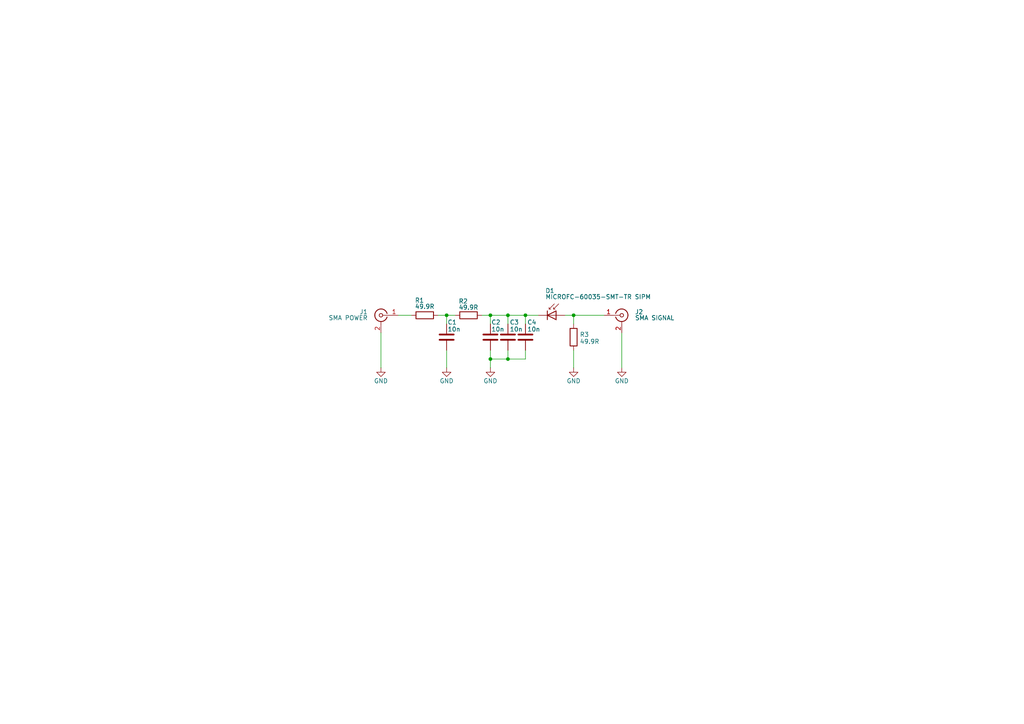
<source format=kicad_sch>
(kicad_sch (version 20231120) (generator "eeschema") (generator_version "8.0")
  (paper "A4")
  (title_block (title "Scintillating Chamber: SIPM Breakout") (date "2025-02-23") (rev "1") (company "Alex Xia"))
  (lib_symbols
    (symbol "Connector:Conn_Coaxial" (pin_names (offset 1.016) hide)
      (property "Reference" "J" (at 0.254 3.048 0))
      (property "Value" "Conn_Coaxial" (at 2.921 0 90))
      (symbol "Conn_Coaxial_0_1"
        (arc (start -1.778 -0.508) (mid 0.2311 -1.8066) (end 1.778 0) (stroke (width 0.254)))
        (polyline (pts (xy -2.54 0) (xy -0.508 0)))
        (polyline (pts (xy 0 -2.54) (xy 0 -1.778)))
        (circle (center 0 0) (radius 0.508) (stroke (width 0.2032)))
        (arc (start 1.778 0) (mid 0.2099 1.8101) (end -1.778 0.508) (stroke (width 0.254)))
      )
      (symbol "Conn_Coaxial_1_1"
        (pin passive line (at -5.08 0 0) (length 2.54) (name "In") (number "1"))
        (pin passive line (at 0 -5.08 90) (length 2.54) (name "Ext") (number "2"))
      )
    )
    (symbol "Device:C" (pin_numbers hide) (pin_names (offset 0.254))
      (property "Reference" "C" (at 0.635 2.54 0))
      (property "Value" "C" (at 0.635 -2.54 0))
      (symbol "C_0_1"
        (polyline (pts (xy -2.032 -0.762) (xy 2.032 -0.762)) (stroke (width 0.508)))
        (polyline (pts (xy -2.032 0.762) (xy 2.032 0.762)) (stroke (width 0.508)))
      )
      (symbol "C_1_1"
        (pin passive line (at 0 3.81 270) (length 2.794) (name "~") (number "1"))
        (pin passive line (at 0 -3.81 90) (length 2.794) (name "~") (number "2"))
      )
    )
    (symbol "Device:D_Photo" (pin_numbers hide) (pin_names hide)
      (property "Reference" "D" (at 0.508 1.778 0))
      (property "Value" "D_Photo" (at -1.016 -2.794 0))
      (symbol "D_Photo_0_1"
        (polyline (pts (xy -2.54 1.27) (xy -2.54 -1.27)) (stroke (width 0.254)))
        (polyline (pts (xy -2.032 1.778) (xy -1.524 1.778)))
        (polyline (pts (xy 0 0) (xy -2.54 0)))
        (polyline (pts (xy -0.508 3.302) (xy -2.032 1.778) (xy -2.032 2.286)))
        (polyline (pts (xy 0 -1.27) (xy 0 1.27) (xy -2.54 0) (xy 0 -1.27)) (stroke (width 0.254)))
        (polyline (pts (xy 0.762 3.302) (xy -0.762 1.778) (xy -0.762 2.286) (xy -0.762 1.778) (xy -0.254 1.778)))
      )
      (symbol "D_Photo_1_1"
        (pin passive line (at -5.08 0 0) (length 2.54) (name "K") (number "1"))
        (pin passive line (at 2.54 0 180) (length 2.54) (name "A") (number "2"))
      )
    )
    (symbol "Device:R" (pin_numbers hide) (pin_names (offset 0))
      (property "Reference" "R" (at 2.032 0 90))
      (property "Value" "R" (at 0 0 90))
      (symbol "R_0_1"
        (rectangle (start -1.016 -2.54) (end 1.016 2.54) (stroke (width 0.254)))
      )
      (symbol "R_1_1"
        (pin passive line (at 0 3.81 270) (length 1.27) (name "~") (number "1"))
        (pin passive line (at 0 -3.81 90) (length 1.27) (name "~") (number "2"))
      )
    )
    (symbol "power:GND" (power) (pin_numbers hide) (pin_names (offset 0) hide)
      (property "Value" "GND" (at 0 -3.81 0))
      (symbol "GND_0_1"
        (polyline (pts (xy 0 0) (xy 0 -1.27) (xy 1.27 -1.27) (xy 0 -2.54) (xy -1.27 -1.27) (xy 0 -1.27)))
      )
      (symbol "GND_1_1"
        (pin power_in line (at 0 0 270) (length 0) (name "~") (number "1"))
      )
    )
  )
  (junction (at 142.24 104.14))
  (junction (at 152.4 91.44))
  (junction (at 142.24 91.44))
  (junction (at 166.37 91.44))
  (junction (at 147.32 104.14))
  (junction (at 147.32 91.44))
  (junction (at 129.54 91.44))
  (wire (pts (xy 147.32 104.14) (xy 152.4 104.14)))
  (wire (pts (xy 142.24 104.14) (xy 142.24 101.6)))
  (wire (pts (xy 129.54 106.68) (xy 129.54 101.6)))
  (wire (pts (xy 142.24 106.68) (xy 142.24 104.14)))
  (wire (pts (xy 152.4 91.44) (xy 156.21 91.44)))
  (wire (pts (xy 152.4 104.14) (xy 152.4 101.6)))
  (wire (pts (xy 129.54 91.44) (xy 129.54 93.98)))
  (wire (pts (xy 110.49 106.68) (xy 110.49 96.52)))
  (wire (pts (xy 147.32 93.98) (xy 147.32 91.44)))
  (wire (pts (xy 166.37 91.44) (xy 166.37 93.98)))
  (wire (pts (xy 142.24 91.44) (xy 142.24 93.98)))
  (wire (pts (xy 163.83 91.44) (xy 166.37 91.44)))
  (wire (pts (xy 142.24 104.14) (xy 147.32 104.14)))
  (wire (pts (xy 142.24 91.44) (xy 147.32 91.44)))
  (wire (pts (xy 139.7 91.44) (xy 142.24 91.44)))
  (wire (pts (xy 115.57 91.44) (xy 119.38 91.44)))
  (wire (pts (xy 152.4 93.98) (xy 152.4 91.44)))
  (wire (pts (xy 166.37 91.44) (xy 175.26 91.44)))
  (wire (pts (xy 127 91.44) (xy 129.54 91.44)))
  (wire (pts (xy 129.54 91.44) (xy 132.08 91.44)))
  (wire (pts (xy 166.37 101.6) (xy 166.37 106.68)))
  (wire (pts (xy 180.34 106.68) (xy 180.34 96.52)))
  (wire (pts (xy 147.32 91.44) (xy 152.4 91.44)))
  (wire (pts (xy 147.32 104.14) (xy 147.32 101.6)))
  (symbol (lib_id "power:GND") (at 110.49 106.68 0) (unit 1)
    (property "Reference" "#PWR02" (effects (hide yes)))
    (property "Value" "GND" (at 110.49 110.49 0))
    (property "Description" "Power symbol creates a global label with name \"GND\" , ground" (effects (hide yes)))
  )
  (symbol (lib_id "Device:D_Photo") (at 161.29 91.44 0) (unit 1)
    (property "Reference" "D1" (at 159.512 84.328 0))
    (property "Value" "MICROFC-60035-SMT-TR SIPM" (at 173.482 86.106 0))
    (property "Footprint" "sipm:MICROFC-60035-SMT-TR" (effects (hide yes)))
    (property "Description" "Photodiode" (effects (hide yes)))
  )
  (symbol (lib_id "Device:C") (at 142.24 97.79 0) (unit 1)
    (property "Reference" "C2" (at 142.494 93.472 0) (effects (justify left)))
    (property "Value" "10n" (at 142.494 95.504 0) (effects (justify left)))
    (property "Footprint" "Capacitor_SMD:C_0805_2012Metric_Pad1.18x1.45mm_HandSolder" (effects (hide yes)))
    (property "Description" "Unpolarized capacitor" (effects (hide yes)))
  )
  (symbol (lib_id "Connector:Conn_Coaxial") (at 180.34 91.44 0) (unit 1)
    (property "Reference" "J2" (at 184.15 90.4631 0) (effects (justify left)))
    (property "Value" "SMA SIGNAL" (at 184.15 92.202 0) (effects (justify left)))
    (property "Footprint" "sma:SMA_Amphenol_901-144_Vertical" (effects (hide yes)))
    (property "Description" "coaxial connector (BNC, SMA, SMB, SMC, Cinch/RCA, LEMO, ...)" (effects (hide yes)))
  )
  (symbol (lib_id "power:GND") (at 166.37 106.68 0) (unit 1)
    (property "Reference" "#PWR05" (effects (hide yes)))
    (property "Value" "GND" (at 166.37 110.49 0))
    (property "Description" "Power symbol creates a global label with name \"GND\" , ground" (effects (hide yes)))
  )
  (symbol (lib_id "power:GND") (at 142.24 106.68 0) (unit 1)
    (property "Reference" "#PWR04" (effects (hide yes)))
    (property "Value" "GND" (at 142.24 110.49 0))
    (property "Description" "Power symbol creates a global label with name \"GND\" , ground" (effects (hide yes)))
  )
  (symbol (lib_id "Device:C") (at 129.54 97.79 0) (unit 1)
    (property "Reference" "C1" (at 129.794 93.472 0) (effects (justify left)))
    (property "Value" "10n" (at 129.794 95.504 0) (effects (justify left)))
    (property "Footprint" "Capacitor_SMD:C_0805_2012Metric_Pad1.18x1.45mm_HandSolder" (effects (hide yes)))
    (property "Description" "Unpolarized capacitor" (effects (hide yes)))
  )
  (symbol (lib_id "Device:C") (at 152.4 97.79 0) (unit 1)
    (property "Reference" "C4" (at 152.908 93.472 0) (effects (justify left)))
    (property "Value" "10n" (at 152.908 95.504 0) (effects (justify left)))
    (property "Footprint" "Capacitor_SMD:C_0805_2012Metric_Pad1.18x1.45mm_HandSolder" (effects (hide yes)))
    (property "Description" "Unpolarized capacitor" (effects (hide yes)))
  )
  (symbol (lib_id "Device:R") (at 135.89 91.44 90) (unit 1)
    (property "Reference" "R2" (at 134.366 87.376 90))
    (property "Value" "49.9R" (at 135.89 89.154 90))
    (property "Footprint" "Resistor_SMD:R_0805_2012Metric_Pad1.20x1.40mm_HandSolder" (effects (hide yes)))
    (property "Description" "Resistor" (effects (hide yes)))
  )
  (symbol (lib_id "power:GND") (at 129.54 106.68 0) (unit 1)
    (property "Reference" "#PWR03" (effects (hide yes)))
    (property "Value" "GND" (at 129.54 110.49 0))
    (property "Description" "Power symbol creates a global label with name \"GND\" , ground" (effects (hide yes)))
  )
  (symbol (lib_id "Device:R") (at 166.37 97.79 180) (unit 1)
    (property "Reference" "R3" (at 168.148 97.028 0) (effects (justify right)))
    (property "Value" "49.9R" (at 168.148 99.06 0) (effects (justify right)))
    (property "Footprint" "Resistor_SMD:R_0805_2012Metric_Pad1.20x1.40mm_HandSolder" (effects (hide yes)))
    (property "Description" "Resistor" (effects (hide yes)))
  )
  (symbol (lib_id "Device:C") (at 147.32 97.79 0) (unit 1)
    (property "Reference" "C3" (at 147.828 93.472 0) (effects (justify left)))
    (property "Value" "10n" (at 147.828 95.504 0) (effects (justify left)))
    (property "Footprint" "Capacitor_SMD:C_0805_2012Metric_Pad1.18x1.45mm_HandSolder" (effects (hide yes)))
    (property "Description" "Unpolarized capacitor" (effects (hide yes)))
  )
  (symbol (lib_id "Connector:Conn_Coaxial") (at 110.49 91.44 0) (mirror y) (unit 1)
    (property "Reference" "J1" (at 106.68 90.4631 0) (effects (justify left)))
    (property "Value" "SMA POWER" (at 106.68 92.202 0) (effects (justify left)))
    (property "Footprint" "sma:SMA_Amphenol_901-144_Vertical" (effects (hide yes)))
    (property "Description" "coaxial connector (BNC, SMA, SMB, SMC, Cinch/RCA, LEMO, ...)" (effects (hide yes)))
  )
  (symbol (lib_id "Device:R") (at 123.19 91.44 90) (unit 1)
    (property "Reference" "R1" (at 121.666 87.122 90))
    (property "Value" "49.9R" (at 123.19 88.9 90))
    (property "Footprint" "Resistor_SMD:R_0805_2012Metric_Pad1.20x1.40mm_HandSolder" (effects (hide yes)))
    (property "Description" "Resistor" (effects (hide yes)))
  )
  (symbol (lib_id "power:GND") (at 180.34 106.68 0) (unit 1)
    (property "Reference" "#PWR01" (effects (hide yes)))
    (property "Value" "GND" (at 180.34 110.49 0))
    (property "Description" "Power symbol creates a global label with name \"GND\" , ground" (effects (hide yes)))
  )
)
</source>
